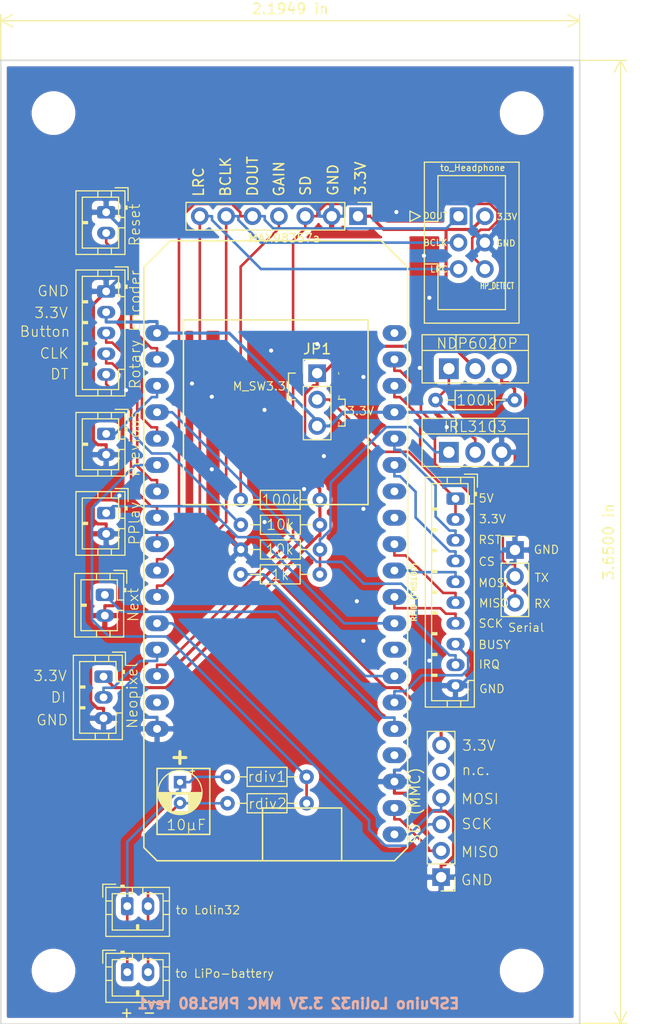
<source format=kicad_pcb>
(kicad_pcb (version 20171130) (host pcbnew 5.1.5+dfsg1-2build2)
  (layers (0 F.Cu signal) (31 B.Cu signal) (34 B.Paste user) (35 F.Paste user) (36 B.SilkS user) (37 F.SilkS user) (38 B.Mask user) (39 F.Mask user) (44 Edge.Cuts user))
  (net 0 "")
  (net 1 "Net-(C1-Pad1)")
  (net 2 "Net-(C1-Pad2)")
  (net 3 I2S_DOUT)
  (net 4 I2S_BCLK)
  (net 5 I2S_LRC)
  (net 6 SW_POWER3.3)
  (net 7 GND)
  (net 8 HEADPHONE)
  (net 9 "Net-(J4-Pad4)")
  (net 10 NEOPIXEL)
  (net 11 ROTENC_BUT)
  (net 12 ROTENC_CLK)
  (net 13 ROTENC_DT)
  (net 14 RFID_RST)
  (net 15 RFID_CS)
  (net 16 RFID_MOSI)
  (net 17 RFID_MISO)
  (net 18 RFID_SCK)
  (net 19 RFID_BUSY)
  (net 20 EN)
  (net 21 BUT_NEXT)
  (net 22 BUT_PREV)
  (net 23 BUT_PPLAY)
  (net 24 MMC_MISO)
  (net 25 MMC_SCK)
  (net 26 MMC_MOSI)
  (net 27 TX)
  (net 28 RX)
  (net 29 "Net-(Q1-Pad1)")
  (net 30 "Net-(Q1-Pad2)")
  (net 31 VBAT)
  (net 32 "Net-(R4-Pad2)")
  (net 33 "Net-(J7-Pad1)")
  (net 34 RFID_IRQ)
  (net 35 +3V3)
  (module Capacitor_THT:CP_Radial_D4.0mm_P2.00mm (layer F.Cu) (at 112.512 91.0793 270)
    (fp_text reference C1)
    (fp_text value 10µF (at 4.1199 -0.5942 180) (layer F.SilkS) (effects (font (thickness 0.1))))
    (pad 1 thru_hole rect (at 0 0 270) (size 1.2 1.2) (drill 0.6) (layers *.Cu *.Mask) (net 1 "Net-(C1-Pad1)"))
    (pad 2 thru_hole circle (at 2 0 270) (size 1.2 1.2) (drill 0.6) (layers *.Cu *.Mask) (net 2 "Net-(C1-Pad2)"))
  )
  (module MountingHole:MountingHole_3.2mm_M3 (layer F.Cu) (at 145.415 26.67)
    (fp_text reference H1 hide)
    (fp_text value MountingHole hide)
    (pad 1 np_thru_hole circle (at 0 0) (size 3.2 3.2) (drill 3.2) (layers *.Cu *.Mask))
  )
  (module MountingHole:MountingHole_3.2mm_M3 (layer F.Cu) (at 100.33 109.22)
    (fp_text reference H2 hide)
    (fp_text value MountingHole hide)
    (pad 1 np_thru_hole circle (at 0 0) (size 3.2 3.2) (drill 3.2) (layers *.Cu *.Mask))
  )
  (module MountingHole:MountingHole_3.2mm_M3 (layer F.Cu) (at 145.415 109.22)
    (fp_text reference H3 hide)
    (fp_text value MountingHole hide)
    (pad 1 np_thru_hole circle (at 0 0) (size 3.2 3.2) (drill 3.2) (layers *.Cu *.Mask))
  )
  (module MountingHole:MountingHole_3.2mm_M3 (layer F.Cu) (at 100.33 26.67)
    (fp_text reference H4 hide)
    (fp_text value MountingHole hide)
    (pad 1 np_thru_hole circle (at 0 0) (size 3.2 3.2) (drill 3.2) (layers *.Cu *.Mask))
  )
  (module Connector_JST:JST_PH_B2B-PH-K_1x02_P2.00mm_Vertical (layer F.Cu) (at 107.432 109.367)
    (fp_text reference J1 hide)
    (fp_text value "to LiPo-battery" (at 9.368 0.133) (layer F.SilkS) (effects (font (size 0.8 0.8) (thickness 0.1))))
    (pad 2 thru_hole oval (at 2 0) (size 1.2 1.75) (drill 0.75) (layers *.Cu *.Mask) (net 2 "Net-(C1-Pad2)"))
    (pad 1 thru_hole roundrect (at 0 0) (size 1.2 1.75) (drill 0.75) (layers *.Cu *.Mask) (roundrect_rratio 0.2083325) (net 1 "Net-(C1-Pad1)"))
  )
  (module Connector_JST:JST_PH_B2B-PH-K_1x02_P2.00mm_Vertical (layer F.Cu) (at 107.432 103.017)
    (fp_text reference J2 hide)
    (fp_text value "to Lolin" hide)
    (pad 1 thru_hole roundrect (at 0 0) (size 1.2 1.75) (drill 0.75) (layers *.Cu *.Mask) (roundrect_rratio 0.2083325) (net 1 "Net-(C1-Pad1)"))
    (pad 2 thru_hole oval (at 2 0) (size 1.2 1.75) (drill 0.75) (layers *.Cu *.Mask) (net 2 "Net-(C1-Pad2)"))
  )
  (module Connector_IDC:IDC-Header_2x03_P2.54mm_Vertical (layer F.Cu) (at 139.334 36.6014)
    (fp_text reference J3 hide)
    (fp_text value to_Headphone (at 1.36168 -4.66852) (layer F.SilkS) (effects (font (size 0.6 0.6) (thickness 0.1))))
    (pad 1 thru_hole roundrect (at 0 0) (size 1.7 1.7) (drill 1) (layers *.Cu *.Mask) (roundrect_rratio 0.1470588235294118) (net 3 I2S_DOUT))
    (pad 3 thru_hole circle (at 0 2.54) (size 1.7 1.7) (drill 1) (layers *.Cu *.Mask) (net 4 I2S_BCLK))
    (pad 5 thru_hole circle (at 0 5.08) (size 1.7 1.7) (drill 1) (layers *.Cu *.Mask) (net 5 I2S_LRC))
    (pad 2 thru_hole circle (at 2.54 0) (size 1.7 1.7) (drill 1) (layers *.Cu *.Mask) (net 6 SW_POWER3.3))
    (pad 4 thru_hole circle (at 2.54 2.54) (size 1.7 1.7) (drill 1) (layers *.Cu *.Mask) (net 7 GND))
    (pad 6 thru_hole circle (at 2.54 5.08) (size 1.7 1.7) (drill 1) (layers *.Cu *.Mask) (net 8 HEADPHONE))
  )
  (module Connector_PinHeader_2.54mm:PinHeader_1x07_P2.54mm_Vertical (layer F.Cu) (at 129.657 36.5963 270)
    (fp_text reference J4 hide)
    (fp_text value MAX98357a (at 2.1037 7.107 180) (layer F.SilkS) (effects (font (size 0.8 0.8) (thickness 0.125))))
    (pad 1 thru_hole rect (at 0 0 270) (size 1.7 1.7) (drill 1) (layers *.Cu *.Mask) (net 6 SW_POWER3.3))
    (pad 2 thru_hole oval (at 0 2.54 270) (size 1.7 1.7) (drill 1) (layers *.Cu *.Mask) (net 7 GND))
    (pad 3 thru_hole oval (at 0 5.08 270) (size 1.7 1.7) (drill 1) (layers *.Cu *.Mask) (net 8 HEADPHONE))
    (pad 4 thru_hole oval (at 0 7.62 270) (size 1.7 1.7) (drill 1) (layers *.Cu *.Mask) (net 9 "Net-(J4-Pad4)"))
    (pad 5 thru_hole oval (at 0 10.16 270) (size 1.7 1.7) (drill 1) (layers *.Cu *.Mask) (net 3 I2S_DOUT))
    (pad 6 thru_hole oval (at 0 12.7 270) (size 1.7 1.7) (drill 1) (layers *.Cu *.Mask) (net 4 I2S_BCLK))
    (pad 7 thru_hole oval (at 0 15.24 270) (size 1.7 1.7) (drill 1) (layers *.Cu *.Mask) (net 5 I2S_LRC))
  )
  (module Connector_JST:JST_PH_B3B-PH-K_1x03_P2.00mm_Vertical (layer F.Cu) (at 105.146 80.9193 270)
    (fp_text reference J5 hide)
    (fp_text value Neopixel (at 1.82882 -2.75828 90) (layer F.SilkS) (effects (font (thickness 0.1))))
    (pad 1 thru_hole roundrect (at 0 0 270) (size 1.2 1.75) (drill 0.75) (layers *.Cu *.Mask) (roundrect_rratio 0.2083325) (net 6 SW_POWER3.3))
    (pad 2 thru_hole oval (at 2 0 270) (size 1.2 1.75) (drill 0.75) (layers *.Cu *.Mask) (net 10 NEOPIXEL))
    (pad 3 thru_hole oval (at 4 0 270) (size 1.2 1.75) (drill 0.75) (layers *.Cu *.Mask) (net 7 GND))
  )
  (module Connector_JST:JST_PH_B5B-PH-K_1x05_P2.00mm_Vertical (layer F.Cu) (at 105.4 43.8353 270)
    (fp_text reference J6 hide)
    (fp_text value "Rotary Encoder" (at 3.6627 -2.7786 90) (layer F.SilkS) (effects (font (thickness 0.1))))
    (pad 1 thru_hole roundrect (at 0 0 270) (size 1.2 1.75) (drill 0.75) (layers *.Cu *.Mask) (roundrect_rratio 0.2083325) (net 7 GND))
    (pad 2 thru_hole oval (at 2 0 270) (size 1.2 1.75) (drill 0.75) (layers *.Cu *.Mask) (net 35 +3V3))
    (pad 3 thru_hole oval (at 4 0 270) (size 1.2 1.75) (drill 0.75) (layers *.Cu *.Mask) (net 11 ROTENC_BUT))
    (pad 4 thru_hole oval (at 6 0 270) (size 1.2 1.75) (drill 0.75) (layers *.Cu *.Mask) (net 12 ROTENC_CLK))
    (pad 5 thru_hole oval (at 8 0 270) (size 1.2 1.75) (drill 0.75) (layers *.Cu *.Mask) (net 13 ROTENC_DT))
  )
  (module Connector_JST:JST_PH_B2B-PH-K_1x02_P2.00mm_Vertical (layer F.Cu) (at 105.4 36.2153 270)
    (fp_text reference J8 hide)
    (fp_text value Reset (at 1.2243 -2.74304 90) (layer F.SilkS) (effects (font (thickness 0.1))))
    (pad 2 thru_hole oval (at 2 0 270) (size 1.2 1.75) (drill 0.75) (layers *.Cu *.Mask) (net 20 EN))
    (pad 1 thru_hole roundrect (at 0 0 270) (size 1.2 1.75) (drill 0.75) (layers *.Cu *.Mask) (roundrect_rratio 0.2083325) (net 7 GND))
  )
  (module Connector_JST:JST_PH_B2B-PH-K_1x02_P2.00mm_Vertical (layer F.Cu) (at 105.273 73.0453 270)
    (fp_text reference J9 hide)
    (fp_text value Next (at 0.9703 -2.7278 90) (layer F.SilkS) (effects (font (thickness 0.1))))
    (pad 1 thru_hole roundrect (at 0 0 270) (size 1.2 1.75) (drill 0.75) (layers *.Cu *.Mask) (roundrect_rratio 0.2083325) (net 21 BUT_NEXT))
    (pad 2 thru_hole oval (at 2 0 270) (size 1.2 1.75) (drill 0.75) (layers *.Cu *.Mask) (net 7 GND))
  )
  (module Connector_JST:JST_PH_B2B-PH-K_1x02_P2.00mm_Vertical (layer F.Cu) (at 105.4 57.5513 270)
    (fp_text reference J10 hide)
    (fp_text value Previous (at 0.96014 -2.72272 90) (layer F.SilkS) (effects (font (thickness 0.1))))
    (pad 2 thru_hole oval (at 2 0 270) (size 1.2 1.75) (drill 0.75) (layers *.Cu *.Mask) (net 7 GND))
    (pad 1 thru_hole roundrect (at 0 0 270) (size 1.2 1.75) (drill 0.75) (layers *.Cu *.Mask) (roundrect_rratio 0.2083325) (net 22 BUT_PREV))
  )
  (module Connector_JST:JST_PH_B2B-PH-K_1x02_P2.00mm_Vertical (layer F.Cu) (at 105.4 65.1713 270)
    (fp_text reference J11 hide)
    (fp_text value PPlay (at 0.99062 -2.72272 90) (layer F.SilkS) (effects (font (thickness 0.1))))
    (pad 1 thru_hole roundrect (at 0 0 270) (size 1.2 1.75) (drill 0.75) (layers *.Cu *.Mask) (roundrect_rratio 0.2083325) (net 23 BUT_PPLAY))
    (pad 2 thru_hole oval (at 2 0 270) (size 1.2 1.75) (drill 0.75) (layers *.Cu *.Mask) (net 7 GND))
  )
  (module Connector_PinHeader_2.54mm:PinHeader_1x06_P2.54mm_Vertical (layer F.Cu) (at 137.658 100.223 180)
    (fp_text reference J12 hide)
    (fp_text value "SD (MMC)" hide)
    (pad 1 thru_hole rect (at 0 0 180) (size 1.7 1.7) (drill 1) (layers *.Cu *.Mask) (net 7 GND))
    (pad 2 thru_hole oval (at 0 2.54 180) (size 1.7 1.7) (drill 1) (layers *.Cu *.Mask) (net 24 MMC_MISO))
    (pad 3 thru_hole oval (at 0 5.08 180) (size 1.7 1.7) (drill 1) (layers *.Cu *.Mask) (net 25 MMC_SCK))
    (pad 4 thru_hole oval (at 0 7.62 180) (size 1.7 1.7) (drill 1) (layers *.Cu *.Mask) (net 26 MMC_MOSI))
    (pad 5 thru_hole oval (at 0 10.16 180) (size 1.7 1.7) (drill 1) (layers *.Cu *.Mask))
    (pad 6 thru_hole oval (at 0 12.7 180) (size 1.7 1.7) (drill 1) (layers *.Cu *.Mask) (net 6 SW_POWER3.3))
  )
  (module Connector_PinHeader_2.54mm:PinHeader_1x03_P2.54mm_Vertical (layer F.Cu) (at 144.77 68.7273)
    (fp_text reference J13 hide)
    (fp_text value Serial (at 1.08 7.4727) (layer F.SilkS) (effects (font (size 0.8 0.8) (thickness 0.1))))
    (pad 1 thru_hole rect (at 0 0) (size 1.7 1.7) (drill 1) (layers *.Cu *.Mask) (net 7 GND))
    (pad 2 thru_hole oval (at 0 2.54) (size 1.7 1.7) (drill 1) (layers *.Cu *.Mask) (net 27 TX))
    (pad 3 thru_hole oval (at 0 5.08) (size 1.7 1.7) (drill 1) (layers *.Cu *.Mask) (net 28 RX))
  )
  (module Package_TO_SOT_THT:TO-220-3_Vertical (layer F.Cu) (at 138.405 59.3192)
    (fp_text reference Q1 hide)
    (fp_text value IRL3103 (at 2.55484 -2.45876) (layer F.SilkS) (effects (font (thickness 0.1))))
    (pad 1 thru_hole rect (at 0 0) (size 1.905 2) (drill 1.1) (layers *.Cu *.Mask) (net 29 "Net-(Q1-Pad1)"))
    (pad 2 thru_hole oval (at 2.54 0) (size 1.905 2) (drill 1.1) (layers *.Cu *.Mask) (net 30 "Net-(Q1-Pad2)"))
    (pad 3 thru_hole oval (at 5.08 0) (size 1.905 2) (drill 1.1) (layers *.Cu *.Mask) (net 7 GND))
  )
  (module Package_TO_SOT_THT:TO-220-3_Vertical (layer F.Cu) (at 138.405 51.2775)
    (fp_text reference Q2)
    (fp_text value NDP6020P (at 2.72248 -2.4333) (layer F.SilkS) (effects (font (thickness 0.1))))
    (pad 3 thru_hole oval (at 5.08 0) (size 1.905 2) (drill 1.1) (layers *.Cu *.Mask) (net 35 +3V3))
    (pad 2 thru_hole oval (at 2.54 0) (size 1.905 2) (drill 1.1) (layers *.Cu *.Mask) (net 6 SW_POWER3.3))
    (pad 1 thru_hole rect (at 0 0) (size 1.905 2) (drill 1.1) (layers *.Cu *.Mask) (net 30 "Net-(Q1-Pad2)"))
  )
  (module Resistor_THT:R_Axial_DIN0204_L3.6mm_D1.6mm_P7.62mm_Horizontal (layer F.Cu) (at 124.704 90.5713 180)
    (fp_text reference R1 hide)
    (fp_text value rdiv1 (at 3.82032 0.02538) (layer F.SilkS) (effects (font (thickness 0.1))))
    (pad 2 thru_hole oval (at 7.62 0 180) (size 1.4 1.4) (drill 0.7) (layers *.Cu *.Mask) (net 1 "Net-(C1-Pad1)"))
    (pad 1 thru_hole circle (at 0 0 180) (size 1.4 1.4) (drill 0.7) (layers *.Cu *.Mask) (net 31 VBAT))
  )
  (module Resistor_THT:R_Axial_DIN0204_L3.6mm_D1.6mm_P7.62mm_Horizontal (layer F.Cu) (at 124.704 93.1113 180)
    (fp_text reference R2 hide)
    (fp_text value rdiv2 (at 3.76444 -0.04574) (layer F.SilkS) (effects (font (thickness 0.1))))
    (pad 1 thru_hole circle (at 0 0 180) (size 1.4 1.4) (drill 0.7) (layers *.Cu *.Mask) (net 31 VBAT))
    (pad 2 thru_hole oval (at 7.62 0 180) (size 1.4 1.4) (drill 0.7) (layers *.Cu *.Mask) (net 2 "Net-(C1-Pad2)"))
  )
  (module Resistor_THT:R_Axial_DIN0204_L3.6mm_D1.6mm_P7.62mm_Horizontal (layer F.Cu) (at 118.354 63.9013)
    (fp_text reference R3 hide)
    (fp_text value 100k (at 3.85556 0.0051) (layer F.SilkS) (effects (font (thickness 0.1))))
    (pad 1 thru_hole circle (at 0 0) (size 1.4 1.4) (drill 0.7) (layers *.Cu *.Mask) (net 9 "Net-(J4-Pad4)"))
    (pad 2 thru_hole oval (at 7.62 0) (size 1.4 1.4) (drill 0.7) (layers *.Cu *.Mask) (net 6 SW_POWER3.3))
  )
  (module Resistor_THT:R_Axial_DIN0204_L3.6mm_D1.6mm_P7.62mm_Horizontal (layer F.Cu) (at 125.974 71.0743 180)
    (fp_text reference R4 hide)
    (fp_text value 1k (at 3.81 -0.0457) (layer F.SilkS) (effects (font (thickness 0.1))))
    (pad 1 thru_hole circle (at 0 0 180) (size 1.4 1.4) (drill 0.7) (layers *.Cu *.Mask) (net 29 "Net-(Q1-Pad1)"))
    (pad 2 thru_hole oval (at 7.62 0 180) (size 1.4 1.4) (drill 0.7) (layers *.Cu *.Mask) (net 32 "Net-(R4-Pad2)"))
  )
  (module Resistor_THT:R_Axial_DIN0204_L3.6mm_D1.6mm_P7.62mm_Horizontal (layer F.Cu) (at 118.369 68.6867)
    (fp_text reference R5 hide)
    (fp_text value 10k (at 3.74912 -0.01018) (layer F.SilkS) (effects (font (thickness 0.1))))
    (pad 2 thru_hole oval (at 7.62 0) (size 1.4 1.4) (drill 0.7) (layers *.Cu *.Mask) (net 29 "Net-(Q1-Pad1)"))
    (pad 1 thru_hole circle (at 0 0) (size 1.4 1.4) (drill 0.7) (layers *.Cu *.Mask) (net 7 GND))
  )
  (module Resistor_THT:R_Axial_DIN0204_L3.6mm_D1.6mm_P7.62mm_Horizontal (layer F.Cu) (at 137.119 54.295)
    (fp_text reference R6 hide)
    (fp_text value 100k (at 3.84084 0.02544) (layer F.SilkS) (effects (font (thickness 0.1))))
    (pad 1 thru_hole circle (at 0 0) (size 1.4 1.4) (drill 0.7) (layers *.Cu *.Mask) (net 30 "Net-(Q1-Pad2)"))
    (pad 2 thru_hole oval (at 7.62 0) (size 1.4 1.4) (drill 0.7) (layers *.Cu *.Mask) (net 35 +3V3))
  )
  (module Resistor_THT:R_Axial_DIN0204_L3.6mm_D1.6mm_P7.62mm_Horizontal (layer F.Cu) (at 118.369 66.2991)
    (fp_text reference R7 hide)
    (fp_text value 10k (at 3.79992 -0.01018) (layer F.SilkS) (effects (font (thickness 0.1))))
    (pad 2 thru_hole oval (at 7.62 0) (size 1.4 1.4) (drill 0.7) (layers *.Cu *.Mask) (net 6 SW_POWER3.3))
    (pad 1 thru_hole circle (at 0 0) (size 1.4 1.4) (drill 0.7) (layers *.Cu *.Mask) (net 22 BUT_PREV))
  )
  (module footprints:Lolin32 (layer F.Cu) (at 119.191 58.0073)
    (fp_text reference U1 hide)
    (fp_text value Lolin32)
    (pad 1 thru_hole oval (at -8.89 -10.16) (size 2.268 1.524) (drill 0.762) (layers *.Cu *.Mask) (net 35 +3V3))
    (pad 2 thru_hole oval (at -8.89 -7.62) (size 2.268 1.524) (drill 0.762) (layers *.Cu *.Mask) (net 20 EN))
    (pad 3 thru_hole oval (at -8.89 -5.08) (size 2.268 1.524) (drill 0.762) (layers *.Cu *.Mask) (net 22 BUT_PREV))
    (pad 4 thru_hole oval (at -8.89 -2.54) (size 2.268 1.524) (drill 0.762) (layers *.Cu *.Mask) (net 34 RFID_IRQ))
    (pad 5 thru_hole oval (at -8.89 0) (size 2.268 1.524) (drill 0.762) (layers *.Cu *.Mask) (net 11 ROTENC_BUT))
    (pad 6 thru_hole oval (at -8.89 2.54) (size 2.268 1.524) (drill 0.762) (layers *.Cu *.Mask) (net 31 VBAT))
    (pad 7 thru_hole oval (at -8.89 5.08) (size 2.268 1.524) (drill 0.762) (layers *.Cu *.Mask) (net 12 ROTENC_CLK))
    (pad 8 thru_hole oval (at -8.89 7.62) (size 2.268 1.524) (drill 0.762) (layers *.Cu *.Mask) (net 13 ROTENC_DT))
    (pad 9 thru_hole oval (at -8.89 10.16) (size 2.268 1.524) (drill 0.762) (layers *.Cu *.Mask) (net 3 I2S_DOUT))
    (pad 10 thru_hole oval (at -8.89 12.7) (size 2.268 1.524) (drill 0.762) (layers *.Cu *.Mask) (net 5 I2S_LRC))
    (pad 11 thru_hole oval (at -8.89 15.24) (size 2.268 1.524) (drill 0.762) (layers *.Cu *.Mask) (net 4 I2S_BCLK))
    (pad 12 thru_hole oval (at -8.89 17.78) (size 2.268 1.524) (drill 0.762) (layers *.Cu *.Mask) (net 25 MMC_SCK))
    (pad 13 thru_hole oval (at -8.89 20.32) (size 2.268 1.524) (drill 0.762) (layers *.Cu *.Mask) (net 10 NEOPIXEL))
    (pad 14 thru_hole oval (at -8.89 22.86) (size 2.268 1.524) (drill 0.762) (layers *.Cu *.Mask) (net 8 HEADPHONE))
    (pad 15 thru_hole oval (at -8.89 25.4) (size 2.268 1.524) (drill 0.762) (layers *.Cu *.Mask))
    (pad 16 thru_hole oval (at -8.89 27.94) (size 2.268 1.524) (drill 0.762) (layers *.Cu *.Mask) (net 7 GND))
    (pad 17 thru_hole oval (at 13.97 -10.16) (size 2.268 1.524) (drill 0.762) (layers *.Cu *.Mask))
    (pad 18 thru_hole oval (at 13.97 -7.62) (size 2.268 1.524) (drill 0.762) (layers *.Cu *.Mask) (net 27 TX))
    (pad 19 thru_hole oval (at 13.97 -5.08) (size 2.268 1.524) (drill 0.762) (layers *.Cu *.Mask) (net 28 RX))
    (pad 20 thru_hole oval (at 13.97 -2.54) (size 2.268 1.524) (drill 0.762) (layers *.Cu *.Mask) (net 35 +3V3))
    (pad 21 thru_hole oval (at 13.97 0) (size 2.268 1.524) (drill 0.762) (layers *.Cu *.Mask) (net 14 RFID_RST))
    (pad 22 thru_hole oval (at 13.97 2.54) (size 2.268 1.524) (drill 0.762) (layers *.Cu *.Mask) (net 15 RFID_CS))
    (pad 23 thru_hole oval (at 13.97 5.08) (size 2.268 1.524) (drill 0.762) (layers *.Cu *.Mask))
    (pad 24 thru_hole oval (at 13.97 7.62) (size 2.268 1.524) (drill 0.762) (layers *.Cu *.Mask))
    (pad 25 thru_hole oval (at 13.97 10.16) (size 2.268 1.524) (drill 0.762) (layers *.Cu *.Mask) (net 17 RFID_MISO))
    (pad 26 thru_hole oval (at 13.97 12.7) (size 2.268 1.524) (drill 0.762) (layers *.Cu *.Mask) (net 16 RFID_MOSI))
    (pad 27 thru_hole oval (at 13.97 15.24) (size 2.268 1.524) (drill 0.762) (layers *.Cu *.Mask) (net 18 RFID_SCK))
    (pad 28 thru_hole oval (at 13.97 17.78) (size 2.268 1.524) (drill 0.762) (layers *.Cu *.Mask) (net 23 BUT_PPLAY))
    (pad 29 thru_hole oval (at 13.97 20.32) (size 2.268 1.524) (drill 0.762) (layers *.Cu *.Mask))
    (pad 30 thru_hole oval (at 13.97 22.86) (size 2.268 1.524) (drill 0.762) (layers *.Cu *.Mask) (net 32 "Net-(R4-Pad2)"))
    (pad 31 thru_hole oval (at 13.97 25.4) (size 2.268 1.524) (drill 0.762) (layers *.Cu *.Mask) (net 19 RFID_BUSY))
    (pad 32 thru_hole oval (at 13.97 27.94) (size 2.268 1.524) (drill 0.762) (layers *.Cu *.Mask) (net 21 BUT_NEXT))
    (pad 33 thru_hole oval (at 13.97 30.48) (size 2.268 1.524) (drill 0.762) (layers *.Cu *.Mask))
    (pad 34 thru_hole oval (at 13.97 33.02) (size 2.268 1.524) (drill 0.762) (layers *.Cu *.Mask) (net 7 GND))
    (pad 35 thru_hole oval (at 13.97 35.56) (size 2.268 1.524) (drill 0.762) (layers *.Cu *.Mask) (net 24 MMC_MISO))
    (pad 36 thru_hole oval (at 13.97 38.1) (size 2.268 1.524) (drill 0.762) (layers *.Cu *.Mask) (net 26 MMC_MOSI))
  )
  (module Connector_JST:JST_PH_B10B-PH-K_1x10_P2.00mm_Vertical (layer F.Cu) (at 139.045 63.7896 270)
    (fp_text reference J7 hide)
    (fp_text value "RFID (PN5180)" (at 9 4 90) (layer F.SilkS) (effects (font (size 0.5 0.5) (thickness 0.125))))
    (pad 1 thru_hole roundrect (at 0 0 270) (size 1.2 1.75) (drill 0.75) (layers *.Cu *.Mask) (roundrect_rratio 0.2083325) (net 33 "Net-(J7-Pad1)"))
    (pad 2 thru_hole oval (at 2 0 270) (size 1.2 1.75) (drill 0.75) (layers *.Cu *.Mask) (net 33 "Net-(J7-Pad1)"))
    (pad 3 thru_hole oval (at 4 0 270) (size 1.2 1.75) (drill 0.75) (layers *.Cu *.Mask) (net 14 RFID_RST))
    (pad 4 thru_hole oval (at 6 0 270) (size 1.2 1.75) (drill 0.75) (layers *.Cu *.Mask) (net 15 RFID_CS))
    (pad 5 thru_hole oval (at 8 0 270) (size 1.2 1.75) (drill 0.75) (layers *.Cu *.Mask) (net 16 RFID_MOSI))
    (pad 6 thru_hole oval (at 10 0 270) (size 1.2 1.75) (drill 0.75) (layers *.Cu *.Mask) (net 17 RFID_MISO))
    (pad 7 thru_hole oval (at 12 0 270) (size 1.2 1.75) (drill 0.75) (layers *.Cu *.Mask) (net 18 RFID_SCK))
    (pad 8 thru_hole oval (at 14 0 270) (size 1.2 1.75) (drill 0.75) (layers *.Cu *.Mask) (net 19 RFID_BUSY))
    (pad 9 thru_hole oval (at 16 0 270) (size 1.2 1.75) (drill 0.75) (layers *.Cu *.Mask) (net 34 RFID_IRQ))
    (pad 10 thru_hole oval (at 18 0 270) (size 1.2 1.75) (drill 0.75) (layers *.Cu *.Mask) (net 7 GND))
  )
  (module Connector_PinHeader_2.54mm:PinHeader_1x03_P2.54mm_Vertical (layer F.Cu) (at 125.72 51.7093)
    (fp_text reference JP1 (at 0 -2.33) (layer F.SilkS))
    (fp_text value Jumper_NC_Dual)
    (pad 1 thru_hole rect (at 0 0) (size 1.7 1.7) (drill 1) (layers *.Cu *.Mask) (net 6 SW_POWER3.3))
    (pad 2 thru_hole oval (at 0 2.54) (size 1.7 1.7) (drill 1) (layers *.Cu *.Mask) (net 33 "Net-(J7-Pad1)"))
    (pad 3 thru_hole oval (at 0 5.08) (size 1.7 1.7) (drill 1) (layers *.Cu *.Mask) (net 35 +3V3))
  )
  (gr_text + (at 112.5 88.6) (layer F.SilkS) (effects (font (size 1.5 1.5) (thickness 0.3))))
  (gr_text "ESPuino Lolin32 3.3V MMC PN5180 rev1" (at 123.9 112.4) (layer B.SilkS) (effects (font (size 1 1) (thickness 0.25)) (justify mirror)))
  (dimension 92.71 (width 0.12) (layer F.SilkS) (gr_text "92.710 mm" (at 156.21 67.945 270) (layer F.SilkS) (effects (font (size 1 1) (thickness 0.15)))) (feature1 (pts (xy 151 114.3) (xy 155.526421 114.3))) (feature2 (pts (xy 151 21.59) (xy 155.526421 21.59))) (crossbar (pts (xy 154.94 21.59) (xy 154.94 114.3))) (arrow1a (pts (xy 154.94 114.3) (xy 154.353579 113.173496))) (arrow1b (pts (xy 154.94 114.3) (xy 155.526421 113.173496))) (arrow2a (pts (xy 154.94 21.59) (xy 154.353579 22.716504))) (arrow2b (pts (xy 154.94 21.59) (xy 155.526421 22.716504))))
  (dimension 55.75 (width 0.12) (layer F.SilkS) (gr_text "55.750 mm" (at 123.125 16.51) (layer F.SilkS) (effects (font (size 1 1) (thickness 0.15)))) (feature1 (pts (xy 151 21.59) (xy 151 17.193579))) (feature2 (pts (xy 95.25 21.59) (xy 95.25 17.193579))) (crossbar (pts (xy 95.25 17.78) (xy 151 17.78))) (arrow1a (pts (xy 151 17.78) (xy 149.873496 18.366421))) (arrow1b (pts (xy 151 17.78) (xy 149.873496 17.193579))) (arrow2a (pts (xy 95.25 17.78) (xy 96.376504 18.366421))) (arrow2b (pts (xy 95.25 17.78) (xy 96.376504 17.193579))))
  (gr_text DT (at 100.9 51.8) (layer F.SilkS) (effects (font (size 1 1) (thickness 0.1))))
  (gr_text CLK (at 100.4 49.8) (layer F.SilkS) (effects (font (size 1 1) (thickness 0.1))))
  (gr_text Button (at 99.5 47.7) (layer F.SilkS) (effects (font (size 1 1) (thickness 0.1))))
  (gr_text 3.3V (at 100.1 45.9) (layer F.SilkS) (effects (font (size 1 1) (thickness 0.1))))
  (gr_text GND (at 100.3 43.8) (layer F.SilkS) (effects (font (size 1 1) (thickness 0.1))))
  (gr_text GND (at 100.2 85.1) (layer F.SilkS) (effects (font (size 1 1) (thickness 0.1))))
  (gr_text DI (at 100.8 82.91576) (layer F.SilkS) (effects (font (size 1 1) (thickness 0.1))))
  (gr_text 3.3V (at 100 80.8482) (layer F.SilkS) (effects (font (size 1 1) (thickness 0.1))))
  (gr_text - (at 109.56036 113.23828) (layer F.SilkS) (effects (font (size 1 1))))
  (gr_text + (at 107.37596 113.23828) (layer F.SilkS) (effects (font (size 1 1))))
  (gr_text "to Lolin32" (at 115.2 103.4) (layer F.SilkS) (effects (font (size 0.8 0.8) (thickness 0.1))))
  (gr_text LRC (at 137.45 41.7) (layer F.SilkS) (effects (font (size 0.6 0.6) (thickness 0.1))))
  (gr_text BCLK (at 137.1 39.15) (layer F.SilkS) (effects (font (size 0.6 0.6) (thickness 0.1))))
  (gr_text DOUT (at 137.1 36.55) (layer F.SilkS) (effects (font (size 0.6 0.6) (thickness 0.1))))
  (gr_text 3.3V (at 144 36.6522) (layer F.SilkS) (effects (font (size 0.6 0.6) (thickness 0.1))))
  (gr_text GND (at 143.9 39.2) (layer F.SilkS) (effects (font (size 0.6 0.6) (thickness 0.1))))
  (gr_text HP_DETECT (at 143.05 43.3) (layer F.SilkS) (effects (font (size 0.6 0.4) (thickness 0.1))))
  (gr_text 3.3V (at 129.9 32.95 90) (layer F.SilkS) (effects (font (size 1 1))))
  (gr_text GND (at 127.25 33.1 90) (layer F.SilkS) (effects (font (size 1 1))))
  (gr_text SD (at 124.6 33.65 90) (layer F.SilkS) (effects (font (size 1 1))))
  (gr_text GAIN (at 122.047 33 90) (layer F.SilkS) (effects (font (size 1 1))))
  (gr_text DOUT (at 119.5 32.75 90) (layer F.SilkS) (effects (font (size 1 1))))
  (gr_text BCLK (at 116.9 32.8 90) (layer F.SilkS) (effects (font (size 1 1))))
  (gr_text LRC (at 114.3 33.3 90) (layer F.SilkS) (effects (font (size 1 1))))
  (gr_text 3 (at 127.79248 56.55564) (layer F.SilkS) (effects (font (size 0.2 0.2) (thickness 0.05))))
  (gr_text 2 (at 127.82296 53.99024) (layer F.SilkS) (effects (font (size 0.2 0.2) (thickness 0.05))))
  (gr_text 1 (at 127.80264 51.71948) (layer F.SilkS) (effects (font (size 0.2 0.2) (thickness 0.05))))
  (gr_text 3.3V (at 129.9 55.35) (layer F.SilkS) (effects (font (size 0.8 0.8) (thickness 0.1))))
  (gr_line (start 128.40208 56.79948) (end 127.74676 56.79948) (layer F.SilkS) (width 0.12))
  (gr_line (start 128.41224 54.21376) (end 128.40208 56.79948) (layer F.SilkS) (width 0.12))
  (gr_line (start 127.75692 54.21376) (end 128.41224 54.21376) (layer F.SilkS) (width 0.12))
  (gr_text M_SW3.3 (at 120.15 52.96408) (layer F.SilkS) (effects (font (size 0.8 0.8) (thickness 0.1))))
  (gr_line (start 122.9614 54.26964) (end 123.60656 54.26964) (layer F.SilkS) (width 0.12))
  (gr_line (start 122.95632 51.69916) (end 122.95632 54.2544) (layer F.SilkS) (width 0.12))
  (gr_line (start 123.6218 51.69916) (end 122.95632 51.69916) (layer F.SilkS) (width 0.12))
  (gr_text RX (at 147.4 73.9) (layer F.SilkS) (effects (font (size 0.8 0.8) (thickness 0.1))))
  (gr_text TX (at 147.35 71.4) (layer F.SilkS) (effects (font (size 0.8 0.8) (thickness 0.1))))
  (gr_text GND (at 147.8 68.7) (layer F.SilkS) (effects (font (size 0.8 0.8) (thickness 0.1))))
  (gr_text "SD (MMC)" (at 135.14324 93.32468 90) (layer F.SilkS) (effects (font (size 1 1) (thickness 0.125))))
  (gr_text GND (at 141.1 100.5) (layer F.SilkS) (effects (font (size 1 1) (thickness 0.1))))
  (gr_text MISO (at 141.4 97.8) (layer F.SilkS) (effects (font (size 1 1) (thickness 0.1))))
  (gr_text SCK (at 141.1 95.1) (layer F.SilkS) (effects (font (size 1 1) (thickness 0.1))))
  (gr_text MOSI (at 141.4 92.7) (layer F.SilkS) (effects (font (size 1 1) (thickness 0.1))))
  (gr_text n.c. (at 141 89.9) (layer F.SilkS) (effects (font (size 1 1) (thickness 0.1))))
  (gr_text 3.3V (at 141.3 87.54872) (layer F.SilkS) (effects (font (size 1 1) (thickness 0.1))))
  (gr_text 3.3V (at 142.6 65.75) (layer F.SilkS) (effects (font (size 0.8 0.8) (thickness 0.1))))
  (gr_text 5V (at 142 63.75) (layer F.SilkS) (effects (font (size 0.8 0.8) (thickness 0.1))))
  (gr_text GND (at 142.55 82.1) (layer F.SilkS) (effects (font (size 0.8 0.8) (thickness 0.1))))
  (gr_text IRQ (at 142.3 79.75) (layer F.SilkS) (effects (font (size 0.8 0.8) (thickness 0.1))))
  (gr_text BUSY (at 142.8 77.85) (layer F.SilkS) (effects (font (size 0.8 0.8) (thickness 0.1))))
  (gr_text SCK (at 142.45 75.8) (layer F.SilkS) (effects (font (size 0.8 0.8) (thickness 0.1))))
  (gr_text MISO (at 142.75 73.85) (layer F.SilkS) (effects (font (size 0.8 0.8) (thickness 0.1))))
  (gr_text MOSI (at 142.7 71.9) (layer F.SilkS) (effects (font (size 0.8 0.8) (thickness 0.1))))
  (gr_text CS (at 142.05 69.85) (layer F.SilkS) (effects (font (size 0.8 0.8) (thickness 0.1))))
  (gr_text RST (at 142.35 67.75) (layer F.SilkS) (effects (font (size 0.8 0.8) (thickness 0.1))))
  (gr_line (start 95.25 114.3) (end 151 114.3) (layer Edge.Cuts) (width 0.05))
  (gr_line (start 95.25 114.3) (end 95.25 21.59) (layer Edge.Cuts) (width 0.15))
  (gr_line (start 151 21.59) (end 151 114.3) (layer Edge.Cuts) (width 0.15))
  (gr_line (start 95.25 21.59) (end 151 21.59) (layer Edge.Cuts) (width 0.15))
  (segment (start 112.512 91.0793) (end 112.512 92.0046) (width 0.25) (layer B.Cu) (net 1))
  (segment (start 107.432 103.017) (end 107.432 96.8244) (width 0.25) (layer B.Cu) (net 1))
  (segment (start 107.432 96.8244) (end 112.2518 92.0046) (width 0.25) (layer B.Cu) (net 1))
  (segment (start 112.2518 92.0046) (end 112.512 92.0046) (width 0.25) (layer B.Cu) (net 1))
  (segment (start 107.432 103.017) (end 107.432 109.367) (width 0.25) (layer F.Cu) (net 1))
  (segment (start 112.512 91.0793) (end 113.4373 91.0793) (width 0.25) (layer B.Cu) (net 1))
  (segment (start 117.084 90.5713) (end 113.9453 90.5713) (width 0.25) (layer B.Cu) (net 1))
  (segment (start 113.9453 90.5713) (end 113.4373 91.0793) (width 0.25) (layer B.Cu) (net 1))
  (segment (start 109.432 103.017) (end 109.432 109.367) (width 0.25) (layer F.Cu) (net 2))
  (segment (start 112.512 93.0793) (end 109.432 96.1593) (width 0.25) (layer F.Cu) (net 2))
  (segment (start 109.432 96.1593) (end 109.432 103.017) (width 0.25) (layer F.Cu) (net 2))
  (segment (start 117.084 93.1113) (end 112.544 93.1113) (width 0.25) (layer B.Cu) (net 2))
  (segment (start 112.544 93.1113) (end 112.512 93.0793) (width 0.25) (layer B.Cu) (net 2))
  (segment (start 119.497 36.5963) (end 120.6723 36.5963) (width 0.25) (layer B.Cu) (net 3))
  (segment (start 120.6723 36.5963) (end 120.6723 36.9636) (width 0.25) (layer B.Cu) (net 3))
  (segment (start 120.6723 36.9636) (end 121.4804 37.7717) (width 0.25) (layer B.Cu) (net 3))
  (segment (start 121.4804 37.7717) (end 138.1637 37.7717) (width 0.25) (layer B.Cu) (net 3))
  (segment (start 138.1637 37.7717) (end 139.334 36.6014) (width 0.25) (layer B.Cu) (net 3))
  (segment (start 119.497 36.5963) (end 118.3217 36.5963) (width 0.25) (layer F.Cu) (net 3))
  (segment (start 110.301 68.1673) (end 110.301 67.08) (width 0.25) (layer F.Cu) (net 3))
  (segment (start 110.301 67.08) (end 110.8446 67.08) (width 0.25) (layer F.Cu) (net 3))
  (segment (start 110.8446 67.08) (end 112.4125 65.5121) (width 0.25) (layer F.Cu) (net 3))
  (segment (start 112.4125 65.5121) (end 112.4125 36.8966) (width 0.25) (layer F.Cu) (net 3))
  (segment (start 112.4125 36.8966) (end 113.8881 35.421) (width 0.25) (layer F.Cu) (net 3))
  (segment (start 113.8881 35.421) (end 117.5138 35.421) (width 0.25) (layer F.Cu) (net 3))
  (segment (start 117.5138 35.421) (end 118.3217 36.2289) (width 0.25) (layer F.Cu) (net 3))
  (segment (start 118.3217 36.2289) (end 118.3217 36.5963) (width 0.25) (layer F.Cu) (net 3))
  (segment (start 116.957 36.5963) (end 118.1323 36.5963) (width 0.25) (layer B.Cu) (net 4))
  (segment (start 118.1323 36.5963) (end 118.1323 36.9636) (width 0.25) (layer B.Cu) (net 4))
  (segment (start 118.1323 36.9636) (end 120.3101 39.1414) (width 0.25) (layer B.Cu) (net 4))
  (segment (start 120.3101 39.1414) (end 139.334 39.1414) (width 0.25) (layer B.Cu) (net 4))
  (segment (start 110.301 73.2473) (end 110.301 72.16) (width 0.25) (layer F.Cu) (net 4))
  (segment (start 110.301 72.16) (end 110.8446 72.16) (width 0.25) (layer F.Cu) (net 4))
  (segment (start 110.8446 72.16) (end 116.957 66.0476) (width 0.25) (layer F.Cu) (net 4))
  (segment (start 116.957 66.0476) (end 116.957 36.5963) (width 0.25) (layer F.Cu) (net 4))
  (segment (start 114.417 36.5963) (end 115.5923 36.5963) (width 0.25) (layer B.Cu) (net 5))
  (segment (start 115.5923 36.5963) (end 115.5923 36.9636) (width 0.25) (layer B.Cu) (net 5))
  (segment (start 115.5923 36.9636) (end 120.3101 41.6814) (width 0.25) (layer B.Cu) (net 5))
  (segment (start 120.3101 41.6814) (end 139.334 41.6814) (width 0.25) (layer B.Cu) (net 5))
  (segment (start 110.301 70.7073) (end 110.301 69.62) (width 0.25) (layer F.Cu) (net 5))
  (segment (start 110.301 69.62) (end 110.8446 69.62) (width 0.25) (layer F.Cu) (net 5))
  (segment (start 110.8446 69.62) (end 114.417 66.0476) (width 0.25) (layer F.Cu) (net 5))
  (segment (start 114.417 66.0476) (end 114.417 36.5963) (width 0.25) (layer F.Cu) (net 5))
  (segment (start 138.1326 48.4651) (end 138.1326 37.8714) (width 0.3) (layer F.Cu) (net 6))
  (segment (start 140.945 51.2775) (end 138.1326 48.4651) (width 0.3) (layer F.Cu) (net 6))
  (segment (start 125.72 52.3094) (end 128.9121 49.1173) (width 0.3) (layer F.Cu) (net 6))
  (segment (start 128.9121 49.1173) (end 137.4804 49.1173) (width 0.3) (layer F.Cu) (net 6))
  (segment (start 137.4804 49.1173) (end 138.1326 48.4651) (width 0.3) (layer F.Cu) (net 6))
  (segment (start 125.72 52.3094) (end 125.72 52.9096) (width 0.3) (layer F.Cu) (net 6))
  (segment (start 125.72 51.7093) (end 125.72 52.3094) (width 0.3) (layer F.Cu) (net 6))
  (segment (start 138.1326 37.8714) (end 140.604 37.8714) (width 0.3) (layer F.Cu) (net 6))
  (segment (start 140.604 37.8714) (end 141.874 36.6014) (width 0.3) (layer F.Cu) (net 6))
  (segment (start 130.8573 36.5963) (end 132.1324 37.8714) (width 0.3) (layer F.Cu) (net 6))
  (segment (start 132.1324 37.8714) (end 138.1326 37.8714) (width 0.3) (layer F.Cu) (net 6))
  (segment (start 125.974 63.9013) (end 125.974 62.851) (width 0.3) (layer F.Cu) (net 6))
  (segment (start 125.974 62.851) (end 124.5197 61.3967) (width 0.3) (layer F.Cu) (net 6))
  (segment (start 124.5197 61.3967) (end 124.5197 53.7347) (width 0.3) (layer F.Cu) (net 6))
  (segment (start 124.5197 53.7347) (end 125.3448 52.9096) (width 0.3) (layer F.Cu) (net 6))
  (segment (start 125.3448 52.9096) (end 125.72 52.9096) (width 0.3) (layer F.Cu) (net 6))
  (segment (start 125.974 64.4264) (end 125.974 63.9013) (width 0.3) (layer F.Cu) (net 6))
  (segment (start 129.657 36.5963) (end 130.8573 36.5963) (width 0.3) (layer F.Cu) (net 6))
  (segment (start 125.989 66.2991) (end 125.989 67.3494) (width 0.3) (layer F.Cu) (net 6))
  (segment (start 121.7394 71.428) (end 125.818 67.3494) (width 0.3) (layer F.Cu) (net 6))
  (segment (start 125.818 67.3494) (end 125.989 67.3494) (width 0.3) (layer F.Cu) (net 6))
  (segment (start 105.146 80.9193) (end 106.2064 81.9797) (width 0.3) (layer F.Cu) (net 6))
  (segment (start 106.2064 81.9797) (end 111.1877 81.9797) (width 0.3) (layer F.Cu) (net 6))
  (segment (start 111.1877 81.9797) (end 121.7394 71.428) (width 0.3) (layer F.Cu) (net 6))
  (segment (start 121.7394 71.428) (end 132.2911 81.9797) (width 0.3) (layer F.Cu) (net 6))
  (segment (start 132.2911 81.9797) (end 133.6817 81.9797) (width 0.3) (layer F.Cu) (net 6))
  (segment (start 133.6817 81.9797) (end 137.658 85.956) (width 0.3) (layer F.Cu) (net 6))
  (segment (start 137.658 85.956) (end 137.658 87.523) (width 0.3) (layer F.Cu) (net 6))
  (segment (start 125.974 64.4264) (end 125.974 64.9516) (width 0.3) (layer F.Cu) (net 6))
  (segment (start 125.974 64.9516) (end 125.989 64.9666) (width 0.3) (layer F.Cu) (net 6))
  (segment (start 125.989 64.9666) (end 125.989 66.2991) (width 0.3) (layer F.Cu) (net 6))
  (segment (start 127.117 36.5963) (end 125.9167 36.5963) (width 0.3) (layer B.Cu) (net 7))
  (segment (start 106.6787 37.494) (end 108.8049 35.3678) (width 0.3) (layer B.Cu) (net 7))
  (segment (start 108.8049 35.3678) (end 125.0612 35.3678) (width 0.3) (layer B.Cu) (net 7))
  (segment (start 125.0612 35.3678) (end 125.9167 36.2233) (width 0.3) (layer B.Cu) (net 7))
  (segment (start 125.9167 36.2233) (end 125.9167 36.5963) (width 0.3) (layer B.Cu) (net 7))
  (segment (start 106.6787 37.494) (end 105.4 36.2153) (width 0.3) (layer B.Cu) (net 7))
  (segment (start 105.4 43.8353) (end 106.6787 42.5566) (width 0.3) (layer B.Cu) (net 7))
  (segment (start 106.6787 42.5566) (end 106.6787 37.494) (width 0.3) (layer B.Cu) (net 7))
  (segment (start 127.117 36.5963) (end 128.3173 36.5963) (width 0.3) (layer B.Cu) (net 7))
  (segment (start 141.874 39.1414) (end 140.5525 37.8199) (width 0.3) (layer B.Cu) (net 7))
  (segment (start 140.5525 37.8199) (end 140.5525 35.6989) (width 0.3) (layer B.Cu) (net 7))
  (segment (start 140.5525 35.6989) (end 140.2495 35.3959) (width 0.3) (layer B.Cu) (net 7))
  (segment (start 140.2495 35.3959) (end 128.581 35.3959) (width 0.3) (layer B.Cu) (net 7))
  (segment (start 128.581 35.3959) (end 128.3173 35.6596) (width 0.3) (layer B.Cu) (net 7))
  (segment (start 128.3173 35.6596) (end 128.3173 36.5963) (width 0.3) (layer B.Cu) (net 7))
  (segment (start 144.77 68.7273) (end 144.77 69.9276) (width 0.3) (layer B.Cu) (net 7))
  (segment (start 139.045 82.2647) (end 143.5697 77.74) (width 0.3) (layer B.Cu) (net 7))
  (segment (start 143.5697 77.74) (end 143.5697 70.7527) (width 0.3) (layer B.Cu) (net 7))
  (segment (start 143.5697 70.7527) (end 144.3948 69.9276) (width 0.3) (layer B.Cu) (net 7))
  (segment (start 144.3948 69.9276) (end 144.77 69.9276) (width 0.3) (layer B.Cu) (net 7))
  (segment (start 139.045 82.2647) (end 139.045 82.7399) (width 0.3) (layer B.Cu) (net 7))
  (segment (start 139.045 81.7896) (end 139.045 82.2647) (width 0.3) (layer B.Cu) (net 7))
  (segment (start 133.161 91.0273) (end 133.161 89.915) (width 0.3) (layer B.Cu) (net 7))
  (segment (start 139.045 82.7399) (end 135.339 86.4459) (width 0.3) (layer B.Cu) (net 7))
  (segment (start 135.339 86.4459) (end 135.339 88.2576) (width 0.3) (layer B.Cu) (net 7))
  (segment (start 135.339 88.2576) (end 133.6816 89.915) (width 0.3) (layer B.Cu) (net 7))
  (segment (start 133.6816 89.915) (end 133.161 89.915) (width 0.3) (layer B.Cu) (net 7))
  (segment (start 137.658 100.223) (end 137.658 99.0227) (width 0.3) (layer F.Cu) (net 7))
  (segment (start 133.161 91.0273) (end 133.161 92.1396) (width 0.3) (layer F.Cu) (net 7))
  (segment (start 133.161 92.1396) (end 134.2733 92.1396) (width 0.3) (layer F.Cu) (net 7))
  (segment (start 134.2733 92.1396) (end 136.0067 93.873) (width 0.3) (layer F.Cu) (net 7))
  (segment (start 136.0067 93.873) (end 138.0896 93.873) (width 0.3) (layer F.Cu) (net 7))
  (segment (start 138.0896 93.873) (end 138.8583 94.6417) (width 0.3) (layer F.Cu) (net 7))
  (segment (start 138.8583 94.6417) (end 138.8583 98.1976) (width 0.3) (layer F.Cu) (net 7))
  (segment (start 138.8583 98.1976) (end 138.0332 99.0227) (width 0.3) (layer F.Cu) (net 7))
  (segment (start 138.0332 99.0227) (end 137.658 99.0227) (width 0.3) (layer F.Cu) (net 7))
  (segment (start 105.4 59.5513) (end 105.4 58.601) (width 0.3) (layer F.Cu) (net 7))
  (segment (start 105.4 43.8353) (end 104.1736 45.0617) (width 0.3) (layer F.Cu) (net 7))
  (segment (start 104.1736 45.0617) (end 104.1736 58.1841) (width 0.3) (layer F.Cu) (net 7))
  (segment (start 104.1736 58.1841) (end 104.5905 58.601) (width 0.3) (layer F.Cu) (net 7))
  (segment (start 104.5905 58.601) (end 105.4 58.601) (width 0.3) (layer F.Cu) (net 7))
  (segment (start 105.4 67.1713) (end 105.4 66.221) (width 0.3) (layer F.Cu) (net 7))
  (segment (start 105.4 66.221) (end 104.5685 66.221) (width 0.3) (layer F.Cu) (net 7))
  (segment (start 104.5685 66.221) (end 104.158 65.8105) (width 0.3) (layer F.Cu) (net 7))
  (segment (start 104.158 65.8105) (end 104.158 61.7436) (width 0.3) (layer F.Cu) (net 7))
  (segment (start 104.158 61.7436) (end 105.4 60.5016) (width 0.3) (layer F.Cu) (net 7))
  (segment (start 105.4 67.1713) (end 105.4 67.6464) (width 0.3) (layer F.Cu) (net 7))
  (segment (start 105.4 59.5513) (end 105.4 60.5016) (width 0.3) (layer F.Cu) (net 7))
  (segment (start 141.874 39.1414) (end 145.7966 43.064) (width 0.3) (layer F.Cu) (net 7))
  (segment (start 145.7966 43.064) (end 145.7966 58.3104) (width 0.3) (layer F.Cu) (net 7))
  (segment (start 145.7966 58.3104) (end 144.7878 59.3192) (width 0.3) (layer F.Cu) (net 7))
  (segment (start 144.77 68.7273) (end 144.77 67.527) (width 0.3) (layer F.Cu) (net 7))
  (segment (start 143.485 59.3192) (end 144.7878 59.3192) (width 0.3) (layer F.Cu) (net 7))
  (segment (start 144.77 67.527) (end 144.7878 67.5092) (width 0.3) (layer F.Cu) (net 7))
  (segment (start 144.7878 67.5092) (end 144.7878 59.3192) (width 0.3) (layer F.Cu) (net 7))
  (segment (start 105.146 84.9193) (end 106.3713 84.9193) (width 0.3) (layer B.Cu) (net 7))
  (segment (start 110.301 85.9473) (end 110.301 84.835) (width 0.3) (layer B.Cu) (net 7))
  (segment (start 106.3713 84.9193) (end 106.4556 84.835) (width 0.3) (layer B.Cu) (net 7))
  (segment (start 106.4556 84.835) (end 110.301 84.835) (width 0.3) (layer B.Cu) (net 7))
  (segment (start 105.4 67.6464) (end 105.4 68.1216) (width 0.3) (layer F.Cu) (net 7))
  (segment (start 105.273 75.0453) (end 105.273 74.095) (width 0.3) (layer F.Cu) (net 7))
  (segment (start 105.4 68.1216) (end 106.505 69.2266) (width 0.3) (layer F.Cu) (net 7))
  (segment (start 106.505 69.2266) (end 106.505 73.6725) (width 0.3) (layer F.Cu) (net 7))
  (segment (start 106.505 73.6725) (end 106.0825 74.095) (width 0.3) (layer F.Cu) (net 7))
  (segment (start 106.0825 74.095) (end 105.273 74.095) (width 0.3) (layer F.Cu) (net 7))
  (segment (start 105.273 75.0453) (end 105.273 75.9956) (width 0.3) (layer F.Cu) (net 7))
  (segment (start 105.146 84.9193) (end 105.146 83.969) (width 0.3) (layer F.Cu) (net 7))
  (segment (start 105.146 83.969) (end 104.5521 83.969) (width 0.3) (layer F.Cu) (net 7))
  (segment (start 104.5521 83.969) (end 103.9122 83.3291) (width 0.3) (layer F.Cu) (net 7))
  (segment (start 103.9122 83.3291) (end 103.9122 77.3564) (width 0.3) (layer F.Cu) (net 7))
  (segment (start 103.9122 77.3564) (end 105.273 75.9956) (width 0.3) (layer F.Cu) (net 7))
  (segment (start 105.4 67.1713) (end 106.6253 67.1713) (width 0.3) (layer B.Cu) (net 7))
  (segment (start 118.369 68.6867) (end 116.7166 67.0343) (width 0.3) (layer B.Cu) (net 7))
  (segment (start 116.7166 67.0343) (end 106.7623 67.0343) (width 0.3) (layer B.Cu) (net 7))
  (segment (start 106.7623 67.0343) (end 106.6253 67.1713) (width 0.3) (layer B.Cu) (net 7))
  (via (at 120.65 55.245) (size 0.8) (drill 0.4) (layers F.Cu B.Cu) (net 7))
  (via (at 136.525 44.45) (size 0.8) (drill 0.4) (layers F.Cu B.Cu) (net 7))
  (via (at 133.35 36.195) (size 0.8) (drill 0.4) (layers F.Cu B.Cu) (net 7))
  (via (at 115.57 53.975) (size 0.8) (drill 0.4) (layers F.Cu B.Cu) (net 7))
  (via (at 126.365 59.69) (size 0.8) (drill 0.4) (layers F.Cu B.Cu) (net 7))
  (via (at 130.175 77.47) (size 0.8) (drill 0.4) (layers F.Cu B.Cu) (net 7))
  (segment (start 130.175 77.47) (end 130.175 73.66) (width 0.3) (layer F.Cu) (net 7))
  (via (at 130.175 64.77) (size 0.8) (drill 0.4) (layers F.Cu B.Cu) (net 7))
  (via (at 129.54 73.66) (size 0.8) (drill 0.4) (layers F.Cu B.Cu) (net 7))
  (via (at 121.285 49.53) (size 0.8) (drill 0.4) (layers F.Cu B.Cu) (net 7))
  (via (at 130.175 52.07) (size 0.8) (drill 0.4) (layers F.Cu B.Cu) (net 7))
  (via (at 125.73 48.895) (size 0.8) (drill 0.4) (layers F.Cu B.Cu) (net 7))
  (via (at 113.665 52.705) (size 0.8) (drill 0.4) (layers F.Cu B.Cu) (net 7))
  (via (at 120.65 66.04) (size 0.8) (drill 0.4) (layers F.Cu B.Cu) (net 7))
  (via (at 136.525 79.375) (size 0.8) (drill 0.4) (layers F.Cu B.Cu) (net 7))
  (via (at 115.57 60.96) (size 0.8) (drill 0.4) (layers F.Cu B.Cu) (net 7))
  (via (at 106.68 63.5) (size 0.8) (drill 0.4) (layers F.Cu B.Cu) (net 7))
  (via (at 107.315 53.34) (size 0.8) (drill 0.4) (layers F.Cu B.Cu) (net 7))
  (via (at 124.46 62.865) (size 0.8) (drill 0.4) (layers F.Cu B.Cu) (net 7))
  (via (at 135.6 51.2) (size 0.8) (drill 0.4) (layers F.Cu B.Cu) (net 7))
  (via (at 138.2 56.9) (size 0.8) (drill 0.4) (layers F.Cu B.Cu) (net 7))
  (via (at 136 40.4) (size 0.8) (drill 0.4) (layers F.Cu B.Cu) (net 7))
  (segment (start 124.577 36.5963) (end 124.577 37.7716) (width 0.25) (layer F.Cu) (net 8))
  (segment (start 110.301 80.8673) (end 110.301 79.78) (width 0.25) (layer F.Cu) (net 8))
  (segment (start 110.301 79.78) (end 111.1165 79.78) (width 0.25) (layer F.Cu) (net 8))
  (segment (start 111.1165 79.78) (end 123.4017 67.4948) (width 0.25) (layer F.Cu) (net 8))
  (segment (start 123.4017 67.4948) (end 123.4017 38.9469) (width 0.25) (layer F.Cu) (net 8))
  (segment (start 123.4017 38.9469) (end 124.577 37.7716) (width 0.25) (layer F.Cu) (net 8))
  (segment (start 124.577 36.5963) (end 125.7523 36.5963) (width 0.25) (layer F.Cu) (net 8))
  (segment (start 125.7523 36.5963) (end 125.7523 36.229) (width 0.25) (layer F.Cu) (net 8))
  (segment (start 125.7523 36.229) (end 126.5697 35.4116) (width 0.25) (layer F.Cu) (net 8))
  (segment (start 126.5697 35.4116) (end 142.3687 35.4116) (width 0.25) (layer F.Cu) (net 8))
  (segment (start 142.3687 35.4116) (end 143.0887 36.1316) (width 0.25) (layer F.Cu) (net 8))
  (segment (start 143.0887 36.1316) (end 143.0887 37.0751) (width 0.25) (layer F.Cu) (net 8))
  (segment (start 143.0887 37.0751) (end 142.2676 37.8962) (width 0.25) (layer F.Cu) (net 8))
  (segment (start 142.2676 37.8962) (end 141.4553 37.8962) (width 0.25) (layer F.Cu) (net 8))
  (segment (start 141.4553 37.8962) (end 140.6572 38.6943) (width 0.25) (layer F.Cu) (net 8))
  (segment (start 140.6572 38.6943) (end 140.6572 40.4646) (width 0.25) (layer F.Cu) (net 8))
  (segment (start 140.6572 40.4646) (end 141.874 41.6814) (width 0.25) (layer F.Cu) (net 8))
  (segment (start 122.037 36.5963) (end 122.037 37.7716) (width 0.25) (layer F.Cu) (net 9))
  (segment (start 118.354 63.9013) (end 118.354 41.4546) (width 0.25) (layer F.Cu) (net 9))
  (segment (start 118.354 41.4546) (end 122.037 37.7716) (width 0.25) (layer F.Cu) (net 9))
  (segment (start 105.146 82.9193) (end 105.146 81.994) (width 0.25) (layer B.Cu) (net 10))
  (segment (start 110.301 78.3273) (end 110.301 79.4146) (width 0.25) (layer B.Cu) (net 10))
  (segment (start 110.301 79.4146) (end 108.6507 79.4146) (width 0.25) (layer B.Cu) (net 10))
  (segment (start 108.6507 79.4146) (end 106.0713 81.994) (width 0.25) (layer B.Cu) (net 10))
  (segment (start 106.0713 81.994) (end 105.146 81.994) (width 0.25) (layer B.Cu) (net 10))
  (segment (start 110.301 58.0073) (end 110.301 56.92) (width 0.25) (layer F.Cu) (net 11))
  (segment (start 105.4 47.8353) (end 105.4 48.7606) (width 0.25) (layer F.Cu) (net 11))
  (segment (start 105.4 48.7606) (end 105.9783 48.7606) (width 0.25) (layer F.Cu) (net 11))
  (segment (start 105.9783 48.7606) (end 108.8416 51.6239) (width 0.25) (layer F.Cu) (net 11))
  (segment (start 108.8416 51.6239) (end 108.8416 56.0042) (width 0.25) (layer F.Cu) (net 11))
  (segment (start 108.8416 56.0042) (end 109.7574 56.92) (width 0.25) (layer F.Cu) (net 11))
  (segment (start 109.7574 56.92) (end 110.301 56.92) (width 0.25) (layer F.Cu) (net 11))
  (segment (start 105.4 49.8353) (end 105.4 50.7606) (width 0.25) (layer F.Cu) (net 12))
  (segment (start 110.301 63.0873) (end 110.301 62) (width 0.25) (layer F.Cu) (net 12))
  (segment (start 110.301 62) (end 109.7574 62) (width 0.25) (layer F.Cu) (net 12))
  (segment (start 109.7574 62) (end 108.3912 60.6338) (width 0.25) (layer F.Cu) (net 12))
  (segment (start 108.3912 60.6338) (end 108.3912 53.1735) (width 0.25) (layer F.Cu) (net 12))
  (segment (start 108.3912 53.1735) (end 105.9783 50.7606) (width 0.25) (layer F.Cu) (net 12))
  (segment (start 105.9783 50.7606) (end 105.4 50.7606) (width 0.25) (layer F.Cu) (net 12))
  (segment (start 105.4 51.8353) (end 105.4 52.7606) (width 0.25) (layer F.Cu) (net 13))
  (segment (start 110.301 65.6273) (end 110.301 64.54) (width 0.25) (layer F.Cu) (net 13))
  (segment (start 110.301 64.54) (end 109.7573 64.54) (width 0.25) (layer F.Cu) (net 13))
  (segment (start 109.7573 64.54) (end 107.7982 62.5809) (width 0.25) (layer F.Cu) (net 13))
  (segment (start 107.7982 62.5809) (end 107.7982 55.1588) (width 0.25) (layer F.Cu) (net 13))
  (segment (start 107.7982 55.1588) (end 105.4 52.7606) (width 0.25) (layer F.Cu) (net 13))
  (segment (start 133.161 58.0073) (end 133.161 59.0946) (width 0.25) (layer B.Cu) (net 14))
  (segment (start 139.045 67.7896) (end 139.045 66.8643) (width 0.25) (layer B.Cu) (net 14))
  (segment (start 139.045 66.8643) (end 138.4667 66.8643) (width 0.25) (layer B.Cu) (net 14))
  (segment (start 138.4667 66.8643) (end 137.1271 65.5247) (width 0.25) (layer B.Cu) (net 14))
  (segment (start 137.1271 65.5247) (end 137.1271 62.5171) (width 0.25) (layer B.Cu) (net 14))
  (segment (start 137.1271 62.5171) (end 133.7046 59.0946) (width 0.25) (layer B.Cu) (net 14))
  (segment (start 133.7046 59.0946) (end 133.161 59.0946) (width 0.25) (layer B.Cu) (net 14))
  (segment (start 133.161 60.5473) (end 133.161 61.6346) (width 0.25) (layer B.Cu) (net 15))
  (segment (start 139.045 69.7896) (end 139.045 68.8643) (width 0.25) (layer B.Cu) (net 15))
  (segment (start 139.045 68.8643) (end 138.4667 68.8643) (width 0.25) (layer B.Cu) (net 15))
  (segment (start 138.4667 68.8643) (end 135.2035 65.6011) (width 0.25) (layer B.Cu) (net 15))
  (segment (start 135.2035 65.6011) (end 135.2035 63.1335) (width 0.25) (layer B.Cu) (net 15))
  (segment (start 135.2035 63.1335) (end 133.7046 61.6346) (width 0.25) (layer B.Cu) (net 15))
  (segment (start 133.7046 61.6346) (end 133.161 61.6346) (width 0.25) (layer B.Cu) (net 15))
  (segment (start 133.161 70.7073) (end 134.6203 70.7073) (width 0.25) (layer B.Cu) (net 16))
  (segment (start 139.045 71.7896) (end 139.045 70.8643) (width 0.25) (layer B.Cu) (net 16))
  (segment (start 139.045 70.8643) (end 134.7773 70.8643) (width 0.25) (layer B.Cu) (net 16))
  (segment (start 134.7773 70.8643) (end 134.6203 70.7073) (width 0.25) (layer B.Cu) (net 16))
  (segment (start 133.161 68.1673) (end 133.161 69.2546) (width 0.25) (layer F.Cu) (net 17))
  (segment (start 139.045 73.7896) (end 139.045 72.8643) (width 0.25) (layer F.Cu) (net 17))
  (segment (start 139.045 72.8643) (end 137.858 72.8643) (width 0.25) (layer F.Cu) (net 17))
  (segment (start 137.858 72.8643) (end 134.2483 69.2546) (width 0.25) (layer F.Cu) (net 17))
  (segment (start 134.2483 69.2546) (end 133.161 69.2546) (width 0.25) (layer F.Cu) (net 17))
  (segment (start 139.045 75.7896) (end 139.045 74.8643) (width 0.25) (layer F.Cu) (net 18))
  (segment (start 133.161 73.2473) (end 133.161 74.3346) (width 0.25) (layer F.Cu) (net 18))
  (segment (start 139.045 74.8643) (end 138.1197 74.8643) (width 0.25) (layer F.Cu) (net 18))
  (segment (start 138.1197 74.8643) (end 137.59 74.3346) (width 0.25) (layer F.Cu) (net 18))
  (segment (start 137.59 74.3346) (end 133.161 74.3346) (width 0.25) (layer F.Cu) (net 18))
  (segment (start 133.161 83.4073) (end 133.161 82.32) (width 0.25) (layer B.Cu) (net 19))
  (segment (start 139.045 77.7896) (end 140.2628 79.0074) (width 0.25) (layer B.Cu) (net 19))
  (segment (start 140.2628 79.0074) (end 140.2628 80.213) (width 0.25) (layer B.Cu) (net 19))
  (segment (start 140.2628 80.213) (end 139.6862 80.7896) (width 0.25) (layer B.Cu) (net 19))
  (segment (start 139.6862 80.7896) (end 135.7787 80.7896) (width 0.25) (layer B.Cu) (net 19))
  (segment (start 135.7787 80.7896) (end 134.2483 82.32) (width 0.25) (layer B.Cu) (net 19))
  (segment (start 134.2483 82.32) (end 133.161 82.32) (width 0.25) (layer B.Cu) (net 19))
  (segment (start 105.4 38.2153) (end 105.4 39.1406) (width 0.25) (layer F.Cu) (net 20))
  (segment (start 110.301 50.3873) (end 110.301 49.3) (width 0.25) (layer F.Cu) (net 20))
  (segment (start 110.301 49.3) (end 109.7573 49.3) (width 0.25) (layer F.Cu) (net 20))
  (segment (start 109.7573 49.3) (end 107.8031 47.3458) (width 0.25) (layer F.Cu) (net 20))
  (segment (start 107.8031 47.3458) (end 107.8031 41.5437) (width 0.25) (layer F.Cu) (net 20))
  (segment (start 107.8031 41.5437) (end 105.4 39.1406) (width 0.25) (layer F.Cu) (net 20))
  (segment (start 133.161 85.9473) (end 133.161 84.86) (width 0.25) (layer B.Cu) (net 21))
  (segment (start 133.161 84.86) (end 132.0737 84.86) (width 0.25) (layer B.Cu) (net 21))
  (segment (start 132.0737 84.86) (end 121.8903 74.6766) (width 0.25) (layer B.Cu) (net 21))
  (segment (start 121.8903 74.6766) (end 106.9043 74.6766) (width 0.25) (layer B.Cu) (net 21))
  (segment (start 106.9043 74.6766) (end 105.273 73.0453) (width 0.25) (layer B.Cu) (net 21))
  (segment (start 107.0834 56.7206) (end 106.2527 57.5513) (width 0.25) (layer B.Cu) (net 22))
  (segment (start 106.2527 57.5513) (end 105.4 57.5513) (width 0.25) (layer B.Cu) (net 22))
  (segment (start 110.301 54.0146) (end 109.7894 54.0146) (width 0.25) (layer B.Cu) (net 22))
  (segment (start 109.7894 54.0146) (end 107.0834 56.7206) (width 0.25) (layer B.Cu) (net 22))
  (segment (start 118.369 66.2991) (end 111.5065 59.4366) (width 0.25) (layer B.Cu) (net 22))
  (segment (start 111.5065 59.4366) (end 109.7993 59.4366) (width 0.25) (layer B.Cu) (net 22))
  (segment (start 109.7993 59.4366) (end 107.0834 56.7206) (width 0.25) (layer B.Cu) (net 22))
  (segment (start 110.301 52.9273) (end 110.301 54.0146) (width 0.25) (layer B.Cu) (net 22))
  (segment (start 133.161 75.7873) (end 128.3193 75.7873) (width 0.25) (layer B.Cu) (net 23))
  (segment (start 128.3193 75.7873) (end 120.0249 67.4929) (width 0.25) (layer B.Cu) (net 23))
  (segment (start 120.0249 67.4929) (end 118.0524 67.4929) (width 0.25) (layer B.Cu) (net 23))
  (segment (start 118.0524 67.4929) (end 115.0694 64.5099) (width 0.25) (layer B.Cu) (net 23))
  (segment (start 115.0694 64.5099) (end 106.0614 64.5099) (width 0.25) (layer B.Cu) (net 23))
  (segment (start 106.0614 64.5099) (end 105.4 65.1713) (width 0.25) (layer B.Cu) (net 23))
  (segment (start 137.658 97.683) (end 136.4827 97.683) (width 0.25) (layer F.Cu) (net 24))
  (segment (start 133.161 93.5673) (end 133.161 94.6546) (width 0.25) (layer F.Cu) (net 24))
  (segment (start 133.161 94.6546) (end 133.6747 94.6546) (width 0.25) (layer F.Cu) (net 24))
  (segment (start 133.6747 94.6546) (end 136.4827 97.4626) (width 0.25) (layer F.Cu) (net 24))
  (segment (start 136.4827 97.4626) (end 136.4827 97.683) (width 0.25) (layer F.Cu) (net 24))
  (segment (start 137.658 95.143) (end 136.4827 95.143) (width 0.25) (layer B.Cu) (net 25))
  (segment (start 110.301 75.7873) (end 111.7603 75.7873) (width 0.25) (layer B.Cu) (net 25))
  (segment (start 111.7603 75.7873) (end 130.7238 94.7508) (width 0.25) (layer B.Cu) (net 25))
  (segment (start 130.7238 94.7508) (end 130.7238 95.6311) (width 0.25) (layer B.Cu) (net 25))
  (segment (start 130.7238 95.6311) (end 132.2914 97.1987) (width 0.25) (layer B.Cu) (net 25))
  (segment (start 132.2914 97.1987) (end 134.427 97.1987) (width 0.25) (layer B.Cu) (net 25))
  (segment (start 134.427 97.1987) (end 136.4827 95.143) (width 0.25) (layer B.Cu) (net 25))
  (segment (start 137.658 92.603) (end 137.658 93.7783) (width 0.25) (layer B.Cu) (net 26))
  (segment (start 133.161 96.1073) (end 134.6203 96.1073) (width 0.25) (layer B.Cu) (net 26))
  (segment (start 134.6203 96.1073) (end 136.9493 93.7783) (width 0.25) (layer B.Cu) (net 26))
  (segment (start 136.9493 93.7783) (end 137.658 93.7783) (width 0.25) (layer B.Cu) (net 26))
  (segment (start 144.77 71.2673) (end 144.77 70.092) (width 0.25) (layer F.Cu) (net 27))
  (segment (start 133.161 50.3873) (end 133.161 51.4746) (width 0.25) (layer F.Cu) (net 27))
  (segment (start 133.161 51.4746) (end 133.7046 51.4746) (width 0.25) (layer F.Cu) (net 27))
  (segment (start 133.7046 51.4746) (end 135.7112 53.4812) (width 0.25) (layer F.Cu) (net 27))
  (segment (start 135.7112 53.4812) (end 135.7112 55.3204) (width 0.25) (layer F.Cu) (net 27))
  (segment (start 135.7112 55.3204) (end 137.0627 56.6719) (width 0.25) (layer F.Cu) (net 27))
  (segment (start 137.0627 56.6719) (end 137.0627 60.4243) (width 0.25) (layer F.Cu) (net 27))
  (segment (start 137.0627 60.4243) (end 138.1672 61.5288) (width 0.25) (layer F.Cu) (net 27))
  (segment (start 138.1672 61.5288) (end 139.2676 61.5288) (width 0.25) (layer F.Cu) (net 27))
  (segment (start 139.2676 61.5288) (end 143.5947 65.8559) (width 0.25) (layer F.Cu) (net 27))
  (segment (start 143.5947 65.8559) (end 143.5947 69.7248) (width 0.25) (layer F.Cu) (net 27))
  (segment (start 143.5947 69.7248) (end 143.9619 70.092) (width 0.25) (layer F.Cu) (net 27))
  (segment (start 143.9619 70.092) (end 144.77 70.092) (width 0.25) (layer F.Cu) (net 27))
  (segment (start 144.77 73.8073) (end 144.77 72.632) (width 0.25) (layer F.Cu) (net 28))
  (segment (start 133.161 52.9273) (end 133.161 54.0146) (width 0.25) (layer F.Cu) (net 28))
  (segment (start 133.161 54.0146) (end 133.6926 54.0146) (width 0.25) (layer F.Cu) (net 28))
  (segment (start 133.6926 54.0146) (end 135.6384 55.9604) (width 0.25) (layer F.Cu) (net 28))
  (segment (start 135.6384 55.9604) (end 135.6384 59.6419) (width 0.25) (layer F.Cu) (net 28))
  (segment (start 135.6384 59.6419) (end 138.2584 62.2619) (width 0.25) (layer F.Cu) (net 28))
  (segment (start 138.2584 62.2619) (end 139.3638 62.2619) (width 0.25) (layer F.Cu) (net 28))
  (segment (start 139.3638 62.2619) (end 142.1293 65.0274) (width 0.25) (layer F.Cu) (net 28))
  (segment (start 142.1293 65.0274) (end 142.1293 70.3586) (width 0.25) (layer F.Cu) (net 28))
  (segment (start 142.1293 70.3586) (end 144.4027 72.632) (width 0.25) (layer F.Cu) (net 28))
  (segment (start 144.4027 72.632) (end 144.77 72.632) (width 0.25) (layer F.Cu) (net 28))
  (segment (start 138.405 59.3192) (end 137.1272 59.3192) (width 0.25) (layer B.Cu) (net 29))
  (segment (start 125.989 68.6867) (end 125.989 67.6614) (width 0.25) (layer B.Cu) (net 29))
  (segment (start 125.989 67.6614) (end 126.1173 67.6614) (width 0.25) (layer B.Cu) (net 29))
  (segment (start 126.1173 67.6614) (end 127.0143 66.7644) (width 0.25) (layer B.Cu) (net 29))
  (segment (start 127.0143 66.7644) (end 127.0143 62.2443) (width 0.25) (layer B.Cu) (net 29))
  (segment (start 127.0143 62.2443) (end 132.3599 56.8987) (width 0.25) (layer B.Cu) (net 29))
  (segment (start 132.3599 56.8987) (end 134.7067 56.8987) (width 0.25) (layer B.Cu) (net 29))
  (segment (start 134.7067 56.8987) (end 137.1272 59.3192) (width 0.25) (layer B.Cu) (net 29))
  (segment (start 125.974 71.0743) (end 125.989 71.0593) (width 0.25) (layer F.Cu) (net 29))
  (segment (start 125.989 71.0593) (end 125.989 68.6867) (width 0.25) (layer F.Cu) (net 29))
  (segment (start 140.945 59.3192) (end 140.945 57.9939) (width 0.25) (layer F.Cu) (net 30))
  (segment (start 137.119 54.295) (end 140.8179 57.9939) (width 0.25) (layer F.Cu) (net 30))
  (segment (start 140.8179 57.9939) (end 140.945 57.9939) (width 0.25) (layer F.Cu) (net 30))
  (segment (start 137.119 54.295) (end 138.405 53.009) (width 0.25) (layer F.Cu) (net 30))
  (segment (start 138.405 53.009) (end 138.405 51.2775) (width 0.25) (layer F.Cu) (net 30))
  (segment (start 124.704 93.1113) (end 124.704 90.5713) (width 0.25) (layer F.Cu) (net 31))
  (segment (start 110.301 60.5473) (end 108.1997 60.5473) (width 0.25) (layer B.Cu) (net 31))
  (segment (start 108.1997 60.5473) (end 104.0337 64.7133) (width 0.25) (layer B.Cu) (net 31))
  (segment (start 104.0337 64.7133) (end 104.0337 75.4274) (width 0.25) (layer B.Cu) (net 31))
  (segment (start 104.0337 75.4274) (end 105.6636 77.0573) (width 0.25) (layer B.Cu) (net 31))
  (segment (start 105.6636 77.0573) (end 111.19 77.0573) (width 0.25) (layer B.Cu) (net 31))
  (segment (start 111.19 77.0573) (end 124.704 90.5713) (width 0.25) (layer B.Cu) (net 31))
  (segment (start 133.161 80.8673) (end 130.3537 80.8673) (width 0.25) (layer B.Cu) (net 32))
  (segment (start 130.3537 80.8673) (end 120.5607 71.0743) (width 0.25) (layer B.Cu) (net 32))
  (segment (start 120.5607 71.0743) (end 118.354 71.0743) (width 0.25) (layer B.Cu) (net 32))
  (segment (start 125.72 54.2493) (end 126.8953 54.2493) (width 0.25) (layer F.Cu) (net 33))
  (segment (start 126.8953 54.2493) (end 131.9233 59.2773) (width 0.25) (layer F.Cu) (net 33))
  (segment (start 131.9233 59.2773) (end 134.5327 59.2773) (width 0.25) (layer F.Cu) (net 33))
  (segment (start 134.5327 59.2773) (end 139.045 63.7896) (width 0.25) (layer F.Cu) (net 33))
  (segment (start 139.045 65.7896) (end 139.045 63.7896) (width 0.25) (layer F.Cu) (net 33))
  (segment (start 110.301 55.4673) (end 111.7603 55.4673) (width 0.25) (layer B.Cu) (net 34))
  (segment (start 139.045 79.7896) (end 139.045 78.8643) (width 0.25) (layer B.Cu) (net 34))
  (segment (start 139.045 78.8643) (end 138.4667 78.8643) (width 0.25) (layer B.Cu) (net 34))
  (segment (start 138.4667 78.8643) (end 135.2928 75.6904) (width 0.25) (layer B.Cu) (net 34))
  (segment (start 135.2928 75.6904) (end 135.2928 73.4429) (width 0.25) (layer B.Cu) (net 34))
  (segment (start 135.2928 73.4429) (end 133.8272 71.9773) (width 0.25) (layer B.Cu) (net 34))
  (segment (start 133.8272 71.9773) (end 130.2081 71.9773) (width 0.25) (layer B.Cu) (net 34))
  (segment (start 130.2081 71.9773) (end 128.1038 69.873) (width 0.25) (layer B.Cu) (net 34))
  (segment (start 128.1038 69.873) (end 125.6725 69.873) (width 0.25) (layer B.Cu) (net 34))
  (segment (start 125.6725 69.873) (end 122.1641 66.3646) (width 0.25) (layer B.Cu) (net 34))
  (segment (start 122.1641 66.3646) (end 122.1641 65.8711) (width 0.25) (layer B.Cu) (net 34))
  (segment (start 122.1641 65.8711) (end 111.7603 55.4673) (width 0.25) (layer B.Cu) (net 34))
  (segment (start 126.1951 56.7893) (end 117.2531 47.8473) (width 0.3) (layer B.Cu) (net 35))
  (segment (start 117.2531 47.8473) (end 110.301 47.8473) (width 0.3) (layer B.Cu) (net 35))
  (segment (start 126.1951 56.7893) (end 126.9203 56.7893) (width 0.3) (layer B.Cu) (net 35))
  (segment (start 125.72 56.7893) (end 126.1951 56.7893) (width 0.3) (layer B.Cu) (net 35))
  (segment (start 133.161 55.4673) (end 128.2423 55.4673) (width 0.3) (layer B.Cu) (net 35))
  (segment (start 128.2423 55.4673) (end 126.9203 56.7893) (width 0.3) (layer B.Cu) (net 35))
  (segment (start 143.6887 54.295) (end 142.5164 55.4673) (width 0.3) (layer B.Cu) (net 35))
  (segment (start 142.5164 55.4673) (end 133.161 55.4673) (width 0.3) (layer B.Cu) (net 35))
  (segment (start 143.485 51.2775) (end 143.485 52.6278) (width 0.3) (layer F.Cu) (net 35))
  (segment (start 144.739 54.295) (end 144.739 53.2447) (width 0.3) (layer F.Cu) (net 35))
  (segment (start 144.739 53.2447) (end 144.1221 52.6278) (width 0.3) (layer F.Cu) (net 35))
  (segment (start 144.1221 52.6278) (end 143.485 52.6278) (width 0.3) (layer F.Cu) (net 35))
  (segment (start 110.301 47.8473) (end 110.301 46.735) (width 0.3) (layer B.Cu) (net 35))
  (segment (start 105.4 45.8353) (end 105.4 46.7856) (width 0.3) (layer B.Cu) (net 35))
  (segment (start 110.301 46.735) (end 109.4683 46.735) (width 0.3) (layer B.Cu) (net 35))
  (segment (start 109.4683 46.735) (end 109.4177 46.7856) (width 0.3) (layer B.Cu) (net 35))
  (segment (start 109.4177 46.7856) (end 105.4 46.7856) (width 0.3) (layer B.Cu) (net 35))
  (segment (start 144.739 54.295) (end 143.6887 54.295) (width 0.3) (layer B.Cu) (net 35))
  (zone (net 0) (net_name "") (layers F&B.Cu) (connect_pads (clearance 0.508)) (min_thickness 0.254)
    (keepout (tracks allowed) (vias allowed) (copperpour not_allowed))
    (fill (arc_segments 32) (thermal_gap 0.508) (thermal_bridge_width 0.508))
    (polygon (pts (xy 134.62 47.625) (xy 108.585 47.625) (xy 108.585 38.735) (xy 134.62 38.735)))
  )
  (zone (net 7) (net_name GND) (layer F.Cu) (connect_pads (clearance 0.508)) (min_thickness 0.254) (fill yes (arc_segments 32) (thermal_gap 0.508) (thermal_bridge_width 0.508))
    (polygon (pts (xy 151.13 114.3) (xy 95.25 114.3) (xy 95.25 21.59) (xy 151.13 21.59)))
  )
  (zone (net 7) (net_name GND) (layer B.Cu) (connect_pads (clearance 0.508)) (min_thickness 0.254) (fill yes (arc_segments 32) (thermal_gap 0.508) (thermal_bridge_width 0.508))
    (polygon (pts (xy 151.13 114.3) (xy 95.25 114.3) (xy 95.25 21.59) (xy 151.13 21.59)))
  )
)
</source>
